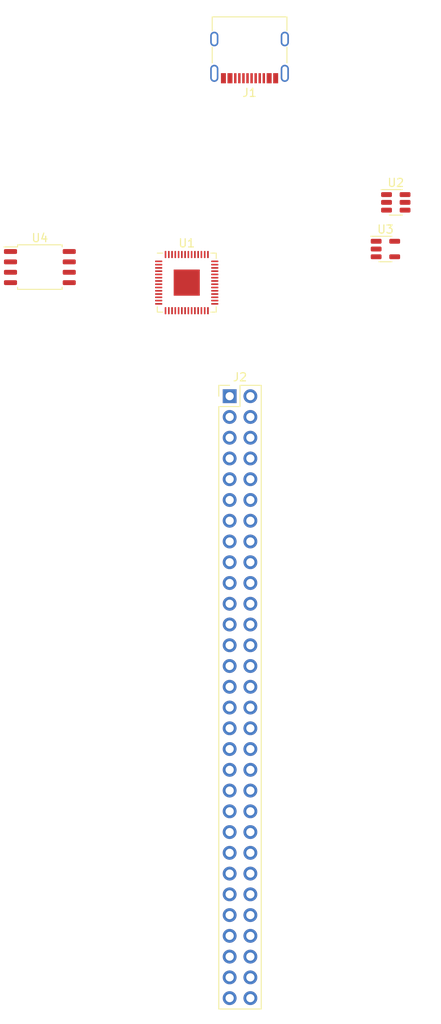
<source format=kicad_pcb>
(kicad_pcb (version 20221018) (generator pcbnew)
  (layers (0 "F.Cu" signal) (31 "B.Cu" signal) (34 "B.Paste" user) (35 "F.Paste" user) (36 "B.SilkS" user "B.Silkscreen") (37 "F.SilkS" user "F.Silkscreen") (38 "B.Mask" user) (39 "F.Mask" user) (44 "Edge.Cuts" user))
  (net 0 "")
  (net 1 "Net-(J1-GND-PadA1)")
  (net 2 "Net-(J1-VBUS-PadA4)")
  (net 40 "Net-(U1-IOVDD-Pad1)")
  (net 60 "Net-(U1-DVDD-Pad23)")
  (footprint "Package_DFN_QFN:QFN-56-1EP_7x7mm_P0.4mm_EP3.2x3.2mm" (layer "F.Cu") (at 72.3 58.4)
    (fp_text reference "U1" (at 0 -4.82) (layer "F.SilkS"))
    (fp_text value "RP2040")
    (fp_line (start -3.61 3.61) (end -3.61 2.96) (stroke (width 0.12)) (layer "F.SilkS"))
    (fp_line (start -2.96 -3.61) (end -3.61 -3.61) (stroke (width 0.12)) (layer "F.SilkS"))
    (fp_line (start -2.96 3.61) (end -3.61 3.61) (stroke (width 0.12)) (layer "F.SilkS"))
    (fp_line (start 2.96 -3.61) (end 3.61 -3.61) (stroke (width 0.12)) (layer "F.SilkS"))
    (fp_line (start 2.96 3.61) (end 3.61 3.61) (stroke (width 0.12)) (layer "F.SilkS"))
    (fp_line (start 3.61 -3.61) (end 3.61 -2.96) (stroke (width 0.12)) (layer "F.SilkS"))
    (fp_line (start 3.61 3.61) (end 3.61 2.96) (stroke (width 0.12)) (layer "F.SilkS"))
    (pad "1" smd roundrect (at -3.4375 -2.6) (size 0.875 0.2) (layers "F.Cu" "F.Paste" "F.Mask") (net 40 "Net-(U1-IOVDD-Pad1)"))
    (pad "2" smd roundrect (at -3.4375 -2.2) (size 0.875 0.2) (layers "F.Cu" "F.Paste" "F.Mask"))
    (pad "3" smd roundrect (at -3.4375 -1.8) (size 0.875 0.2) (layers "F.Cu" "F.Paste" "F.Mask"))
    (pad "4" smd roundrect (at -3.4375 -1.4) (size 0.875 0.2) (layers "F.Cu" "F.Paste" "F.Mask"))
    (pad "5" smd roundrect (at -3.4375 -1) (size 0.875 0.2) (layers "F.Cu" "F.Paste" "F.Mask"))
    (pad "6" smd roundrect (at -3.4375 -0.6) (size 0.875 0.2) (layers "F.Cu" "F.Paste" "F.Mask"))
    (pad "7" smd roundrect (at -3.4375 -0.2) (size 0.875 0.2) (layers "F.Cu" "F.Paste" "F.Mask"))
    (pad "8" smd roundrect (at -3.4375 0.2) (size 0.875 0.2) (layers "F.Cu" "F.Paste" "F.Mask"))
    (pad "9" smd roundrect (at -3.4375 0.6) (size 0.875 0.2) (layers "F.Cu" "F.Paste" "F.Mask"))
    (pad "10" smd roundrect (at -3.4375 1) (size 0.875 0.2) (layers "F.Cu" "F.Paste" "F.Mask") (net 40 "Net-(U1-IOVDD-Pad1)"))
    (pad "11" smd roundrect (at -3.4375 1.4) (size 0.875 0.2) (layers "F.Cu" "F.Paste" "F.Mask"))
    (pad "12" smd roundrect (at -3.4375 1.8) (size 0.875 0.2) (layers "F.Cu" "F.Paste" "F.Mask"))
    (pad "13" smd roundrect (at -3.4375 2.2) (size 0.875 0.2) (layers "F.Cu" "F.Paste" "F.Mask"))
    (pad "14" smd roundrect (at -3.4375 2.6) (size 0.875 0.2) (layers "F.Cu" "F.Paste" "F.Mask"))
    (pad "15" smd roundrect (at -2.6 3.4375) (size 0.2 0.875) (layers "F.Cu" "F.Paste" "F.Mask"))
    (pad "16" smd roundrect (at -2.2 3.4375) (size 0.2 0.875) (layers "F.Cu" "F.Paste" "F.Mask"))
    (pad "17" smd roundrect (at -1.8 3.4375) (size 0.2 0.875) (layers "F.Cu" "F.Paste" "F.Mask"))
    (pad "18" smd roundrect (at -1.4 3.4375) (size 0.2 0.875) (layers "F.Cu" "F.Paste" "F.Mask"))
    (pad "19" smd roundrect (at -1 3.4375) (size 0.2 0.875) (layers "F.Cu" "F.Paste" "F.Mask"))
    (pad "20" smd roundrect (at -0.6 3.4375) (size 0.2 0.875) (layers "F.Cu" "F.Paste" "F.Mask"))
    (pad "21" smd roundrect (at -0.2 3.4375) (size 0.2 0.875) (layers "F.Cu" "F.Paste" "F.Mask"))
    (pad "22" smd roundrect (at 0.2 3.4375) (size 0.2 0.875) (layers "F.Cu" "F.Paste" "F.Mask") (net 40 "Net-(U1-IOVDD-Pad1)"))
    (pad "23" smd roundrect (at 0.6 3.4375) (size 0.2 0.875) (layers "F.Cu" "F.Paste" "F.Mask") (net 60 "Net-(U1-DVDD-Pad23)"))
    (pad "24" smd roundrect (at 1 3.4375) (size 0.2 0.875) (layers "F.Cu" "F.Paste" "F.Mask"))
    (pad "25" smd roundrect (at 1.4 3.4375) (size 0.2 0.875) (layers "F.Cu" "F.Paste" "F.Mask"))
    (pad "26" smd roundrect (at 1.8 3.4375) (size 0.2 0.875) (layers "F.Cu" "F.Paste" "F.Mask"))
    (pad "27" smd roundrect (at 2.2 3.4375) (size 0.2 0.875) (layers "F.Cu" "F.Paste" "F.Mask"))
    (pad "28" smd roundrect (at 2.6 3.4375) (size 0.2 0.875) (layers "F.Cu" "F.Paste" "F.Mask"))
    (pad "29" smd roundrect (at 3.4375 2.6) (size 0.875 0.2) (layers "F.Cu" "F.Paste" "F.Mask"))
    (pad "30" smd roundrect (at 3.4375 2.2) (size 0.875 0.2) (layers "F.Cu" "F.Paste" "F.Mask"))
    (pad "31" smd roundrect (at 3.4375 1.8) (size 0.875 0.2) (layers "F.Cu" "F.Paste" "F.Mask"))
    (pad "32" smd roundrect (at 3.4375 1.4) (size 0.875 0.2) (layers "F.Cu" "F.Paste" "F.Mask"))
    (pad "33" smd roundrect (at 3.4375 1) (size 0.875 0.2) (layers "F.Cu" "F.Paste" "F.Mask") (net 40 "Net-(U1-IOVDD-Pad1)"))
    (pad "34" smd roundrect (at 3.4375 0.6) (size 0.875 0.2) (layers "F.Cu" "F.Paste" "F.Mask"))
    (pad "35" smd roundrect (at 3.4375 0.2) (size 0.875 0.2) (layers "F.Cu" "F.Paste" "F.Mask"))
    (pad "36" smd roundrect (at 3.4375 -0.2) (size 0.875 0.2) (layers "F.Cu" "F.Paste" "F.Mask"))
    (pad "37" smd roundrect (at 3.4375 -0.6) (size 0.875 0.2) (layers "F.Cu" "F.Paste" "F.Mask"))
    (pad "38" smd roundrect (at 3.4375 -1) (size 0.875 0.2) (layers "F.Cu" "F.Paste" "F.Mask"))
    (pad "39" smd roundrect (at 3.4375 -1.4) (size 0.875 0.2) (layers "F.Cu" "F.Paste" "F.Mask"))
    (pad "40" smd roundrect (at 3.4375 -1.8) (size 0.875 0.2) (layers "F.Cu" "F.Paste" "F.Mask"))
    (pad "41" smd roundrect (at 3.4375 -2.2) (size 0.875 0.2) (layers "F.Cu" "F.Paste" "F.Mask"))
    (pad "42" smd roundrect (at 3.4375 -2.6) (size 0.875 0.2) (layers "F.Cu" "F.Paste" "F.Mask") (net 40 "Net-(U1-IOVDD-Pad1)"))
    (pad "43" smd roundrect (at 2.6 -3.4375) (size 0.2 0.875) (layers "F.Cu" "F.Paste" "F.Mask"))
    (pad "44" smd roundrect (at 2.2 -3.4375) (size 0.2 0.875) (layers "F.Cu" "F.Paste" "F.Mask"))
    (pad "45" smd roundrect (at 1.8 -3.4375) (size 0.2 0.875) (layers "F.Cu" "F.Paste" "F.Mask"))
    (pad "46" smd roundrect (at 1.4 -3.4375) (size 0.2 0.875) (layers "F.Cu" "F.Paste" "F.Mask"))
    (pad "47" smd roundrect (at 1 -3.4375) (size 0.2 0.875) (layers "F.Cu" "F.Paste" "F.Mask"))
    (pad "48" smd roundrect (at 0.6 -3.4375) (size 0.2 0.875) (layers "F.Cu" "F.Paste" "F.Mask"))
    (pad "49" smd roundrect (at 0.2 -3.4375) (size 0.2 0.875) (layers "F.Cu" "F.Paste" "F.Mask") (net 40 "Net-(U1-IOVDD-Pad1)"))
    (pad "50" smd roundrect (at -0.2 -3.4375) (size 0.2 0.875) (layers "F.Cu" "F.Paste" "F.Mask") (net 60 "Net-(U1-DVDD-Pad23)"))
    (pad "51" smd roundrect (at -0.6 -3.4375) (size 0.2 0.875) (layers "F.Cu" "F.Paste" "F.Mask"))
    (pad "52" smd roundrect (at -1 -3.4375) (size 0.2 0.875) (layers "F.Cu" "F.Paste" "F.Mask"))
    (pad "53" smd roundrect (at -1.4 -3.4375) (size 0.2 0.875) (layers "F.Cu" "F.Paste" "F.Mask"))
    (pad "54" smd roundrect (at -1.8 -3.4375) (size 0.2 0.875) (layers "F.Cu" "F.Paste" "F.Mask"))
    (pad "55" smd roundrect (at -2.2 -3.4375) (size 0.2 0.875) (layers "F.Cu" "F.Paste" "F.Mask"))
    (pad "56" smd roundrect (at -2.6 -3.4375) (size 0.2 0.875) (layers "F.Cu" "F.Paste" "F.Mask"))
    (pad "57" smd rect (at 0 0) (size 3.2 3.2) (layers "F.Cu" "F.Mask"))
  )
  (footprint "Package_SO:SOIC-8_5.23x5.23mm_P1.27mm" (layer "F.Cu") (at 54.3 56.5)
    (fp_text reference "U4" (at 0 -3.56) (layer "F.SilkS"))
    (fp_text value "W25Q128JVS")
    (fp_line (start -2.725 -2.725) (end -2.725 -2.465) (stroke (width 0.12)) (layer "F.SilkS"))
    (fp_line (start -2.725 -2.465) (end -4.4 -2.465) (stroke (width 0.12)) (layer "F.SilkS"))
    (fp_line (start -2.725 2.725) (end -2.725 2.465) (stroke (width 0.12)) (layer "F.SilkS"))
    (fp_line (start 0 -2.725) (end -2.725 -2.725) (stroke (width 0.12)) (layer "F.SilkS"))
    (fp_line (start 0 -2.725) (end 2.725 -2.725) (stroke (width 0.12)) (layer "F.SilkS"))
    (fp_line (start 0 2.725) (end -2.725 2.725) (stroke (width 0.12)) (layer "F.SilkS"))
    (fp_line (start 0 2.725) (end 2.725 2.725) (stroke (width 0.12)) (layer "F.SilkS"))
    (fp_line (start 2.725 -2.725) (end 2.725 -2.465) (stroke (width 0.12)) (layer "F.SilkS"))
    (fp_line (start 2.725 2.725) (end 2.725 2.465) (stroke (width 0.12)) (layer "F.SilkS"))
    (pad "1" smd roundrect (at -3.6 -1.905) (size 1.6 0.6) (layers "F.Cu" "F.Paste" "F.Mask"))
    (pad "2" smd roundrect (at -3.6 -0.635) (size 1.6 0.6) (layers "F.Cu" "F.Paste" "F.Mask"))
    (pad "3" smd roundrect (at -3.6 0.635) (size 1.6 0.6) (layers "F.Cu" "F.Paste" "F.Mask"))
    (pad "4" smd roundrect (at -3.6 1.905) (size 1.6 0.6) (layers "F.Cu" "F.Paste" "F.Mask"))
    (pad "5" smd roundrect (at 3.6 1.905) (size 1.6 0.6) (layers "F.Cu" "F.Paste" "F.Mask"))
    (pad "6" smd roundrect (at 3.6 0.635) (size 1.6 0.6) (layers "F.Cu" "F.Paste" "F.Mask"))
    (pad "7" smd roundrect (at 3.6 -0.635) (size 1.6 0.6) (layers "F.Cu" "F.Paste" "F.Mask"))
    (pad "8" smd roundrect (at 3.6 -1.905) (size 1.6 0.6) (layers "F.Cu" "F.Paste" "F.Mask"))
  )
  (footprint "Package_TO_SOT_SMD:SOT-23-6" (layer "F.Cu") (at 97.9225 48.58)
    (fp_text reference "U2" (at 0 -2.4) (layer "F.SilkS"))
    (fp_text value "USBLC6-2SC6")
    (fp_line (start 0 -1.56) (end -1.8 -1.56) (stroke (width 0.12)) (layer "F.SilkS"))
    (fp_line (start 0 -1.56) (end 0.8 -1.56) (stroke (width 0.12)) (layer "F.SilkS"))
    (fp_line (start 0 1.56) (end -0.8 1.56) (stroke (width 0.12)) (layer "F.SilkS"))
    (fp_line (start 0 1.56) (end 0.8 1.56) (stroke (width 0.12)) (layer "F.SilkS"))
    (pad "1" smd roundrect (at -1.1375 -0.95) (size 1.325 0.6) (layers "F.Cu" "F.Paste" "F.Mask"))
    (pad "2" smd roundrect (at -1.1375 0) (size 1.325 0.6) (layers "F.Cu" "F.Paste" "F.Mask"))
    (pad "3" smd roundrect (at -1.1375 0.95) (size 1.325 0.6) (layers "F.Cu" "F.Paste" "F.Mask"))
    (pad "4" smd roundrect (at 1.1375 0.95) (size 1.325 0.6) (layers "F.Cu" "F.Paste" "F.Mask"))
    (pad "5" smd roundrect (at 1.1375 0) (size 1.325 0.6) (layers "F.Cu" "F.Paste" "F.Mask"))
    (pad "6" smd roundrect (at 1.1375 -0.95) (size 1.325 0.6) (layers "F.Cu" "F.Paste" "F.Mask"))
  )
  (footprint "Package_TO_SOT_SMD:SOT-23-5" (layer "F.Cu") (at 96.6525 54.29)
    (fp_text reference "U3" (at 0 -2.4) (layer "F.SilkS"))
    (fp_text value "XC6210B332MR")
    (fp_line (start 0 -1.56) (end -1.8 -1.56) (stroke (width 0.12)) (layer "F.SilkS"))
    (fp_line (start 0 -1.56) (end 0.8 -1.56) (stroke (width 0.12)) (layer "F.SilkS"))
    (fp_line (start 0 1.56) (end -0.8 1.56) (stroke (width 0.12)) (layer "F.SilkS"))
    (fp_line (start 0 1.56) (end 0.8 1.56) (stroke (width 0.12)) (layer "F.SilkS"))
    (pad "1" smd roundrect (at -1.1375 -0.95) (size 1.325 0.6) (layers "F.Cu" "F.Paste" "F.Mask"))
    (pad "2" smd roundrect (at -1.1375 0) (size 1.325 0.6) (layers "F.Cu" "F.Paste" "F.Mask"))
    (pad "3" smd roundrect (at -1.1375 0.95) (size 1.325 0.6) (layers "F.Cu" "F.Paste" "F.Mask"))
    (pad "4" smd roundrect (at 1.1375 0.95) (size 1.325 0.6) (layers "F.Cu" "F.Paste" "F.Mask"))
    (pad "5" smd roundrect (at 1.1375 -0.95) (size 1.325 0.6) (layers "F.Cu" "F.Paste" "F.Mask"))
  )
  (footprint "Connector_USB:USB_C_Receptacle_G-Switch_GT-USB-7010ASV" (layer "F.Cu") (at 80 29.665 180)
    (fp_text reference "J1" (at 0 -5.5) (layer "F.SilkS"))
    (fp_text value "USB_C_Receptacle_USB2.0")
    (fp_line (start -4.58 -1.85) (end -4.58 0.07) (stroke (width 0.12)) (layer "F.SilkS"))
    (fp_line (start -4.58 3.785) (end -4.58 2.08) (stroke (width 0.12)) (layer "F.SilkS"))
    (fp_line (start 4.58 0.07) (end 4.58 -1.85) (stroke (width 0.12)) (layer "F.SilkS"))
    (fp_line (start 4.58 2.08) (end 4.58 3.785) (stroke (width 0.12)) (layer "F.SilkS"))
    (fp_line (start 4.58 3.785) (end -4.58 3.785) (stroke (width 0.12)) (layer "F.SilkS"))
    (pad "" np_thru_hole circle (at -2.89 -2.605 180) (size 0.65 0.65) (drill 0.65) (layers "*.Cu" "*.Mask"))
    (pad "" np_thru_hole circle (at 2.89 -2.605 180) (size 0.65 0.65) (drill 0.65) (layers "*.Cu" "*.Mask"))
    (pad "A1" smd rect (at -3.2 -3.725 180) (size 0.6 1.24) (layers "F.Cu" "F.Paste" "F.Mask") (net 1 "Net-(J1-GND-PadA1)"))
    (pad "A4" smd rect (at -2.4 -3.725 180) (size 0.6 1.24) (layers "F.Cu" "F.Paste" "F.Mask") (net 2 "Net-(J1-VBUS-PadA4)"))
    (pad "A5" smd rect (at -1.25 -3.725 180) (size 0.3 1.24) (layers "F.Cu" "F.Paste" "F.Mask"))
    (pad "A6" smd rect (at -0.25 -3.725 180) (size 0.3 1.24) (layers "F.Cu" "F.Paste" "F.Mask"))
    (pad "A7" smd rect (at 0.25 -3.725 180) (size 0.3 1.24) (layers "F.Cu" "F.Paste" "F.Mask"))
    (pad "A8" smd rect (at 1.25 -3.725 180) (size 0.3 1.24) (layers "F.Cu" "F.Paste" "F.Mask"))
    (pad "A9" smd rect (at 2.4 -3.725 180) (size 0.6 1.24) (layers "F.Cu" "F.Paste" "F.Mask") (net 2 "Net-(J1-VBUS-PadA4)"))
    (pad "A12" smd rect (at 3.2 -3.725 180) (size 0.6 1.24) (layers "F.Cu" "F.Paste" "F.Mask") (net 1 "Net-(J1-GND-PadA1)"))
    (pad "B1" smd rect (at 3.2 -3.725 180) (size 0.6 1.24) (layers "F.Cu" "F.Paste" "F.Mask") (net 1 "Net-(J1-GND-PadA1)"))
    (pad "B4" smd rect (at 2.4 -3.725 180) (size 0.6 1.24) (layers "F.Cu" "F.Paste" "F.Mask") (net 2 "Net-(J1-VBUS-PadA4)"))
    (pad "B5" smd rect (at 1.75 -3.725 180) (size 0.3 1.24) (layers "F.Cu" "F.Paste" "F.Mask"))
    (pad "B6" smd rect (at 0.75 -3.725 180) (size 0.3 1.24) (layers "F.Cu" "F.Paste" "F.Mask"))
    (pad "B7" smd rect (at -0.75 -3.725 180) (size 0.3 1.24) (layers "F.Cu" "F.Paste" "F.Mask"))
    (pad "B8" smd rect (at -1.75 -3.725 180) (size 0.3 1.24) (layers "F.Cu" "F.Paste" "F.Mask"))
    (pad "B9" smd rect (at -2.4 -3.725 180) (size 0.6 1.24) (layers "F.Cu" "F.Paste" "F.Mask") (net 2 "Net-(J1-VBUS-PadA4)"))
    (pad "B12" smd rect (at -3.2 -3.725 180) (size 0.6 1.24) (layers "F.Cu" "F.Paste" "F.Mask") (net 1 "Net-(J1-GND-PadA1)"))
    (pad "S1" thru_hole oval (at -4.32 -3.125 180) (size 1 2.1) (drill oval 0.6 1.7) (layers "*.Cu" "*.Mask"))
    (pad "S1" thru_hole oval (at -4.32 1.075 180) (size 1 1.8) (drill oval 0.6 1.4) (layers "*.Cu" "*.Mask"))
    (pad "S1" thru_hole oval (at 4.32 -3.125 180) (size 1 2.1) (drill oval 0.6 1.7) (layers "*.Cu" "*.Mask"))
    (pad "S1" thru_hole oval (at 4.32 1.075 180) (size 1 1.8) (drill oval 0.6 1.4) (layers "*.Cu" "*.Mask"))
  )
  (footprint "Connector_PinHeader_2.54mm:PinHeader_2x30_P2.54mm_Vertical" (layer "F.Cu") (at 77.56 72.3)
    (fp_text reference "J2" (at 1.27 -2.33) (layer "F.SilkS"))
    (fp_text value "Conn_01x30")
    (fp_line (start -1.33 -1.33) (end 0 -1.33) (stroke (width 0.12)) (layer "F.SilkS"))
    (fp_line (start -1.33 0) (end -1.33 -1.33) (stroke (width 0.12)) (layer "F.SilkS"))
    (fp_line (start -1.33 1.27) (end -1.33 74.99) (stroke (width 0.12)) (layer "F.SilkS"))
    (fp_line (start -1.33 1.27) (end 1.27 1.27) (stroke (width 0.12)) (layer "F.SilkS"))
    (fp_line (start -1.33 74.99) (end 3.87 74.99) (stroke (width 0.12)) (layer "F.SilkS"))
    (fp_line (start 1.27 -1.33) (end 3.87 -1.33) (stroke (width 0.12)) (layer "F.SilkS"))
    (fp_line (start 1.27 1.27) (end 1.27 -1.33) (stroke (width 0.12)) (layer "F.SilkS"))
    (fp_line (start 3.87 -1.33) (end 3.87 74.99) (stroke (width 0.12)) (layer "F.SilkS"))
    (pad "1" thru_hole rect (at 0 0) (size 1.7 1.7) (drill 1) (layers "*.Cu" "*.Mask"))
    (pad "1" thru_hole oval (at 2.54 0) (size 1.7 1.7) (drill 1) (layers "*.Cu" "*.Mask"))
    (pad "2" thru_hole oval (at 0 2.54) (size 1.7 1.7) (drill 1) (layers "*.Cu" "*.Mask"))
    (pad "2" thru_hole oval (at 2.54 2.54) (size 1.7 1.7) (drill 1) (layers "*.Cu" "*.Mask"))
    (pad "3" thru_hole oval (at 0 5.08) (size 1.7 1.7) (drill 1) (layers "*.Cu" "*.Mask"))
    (pad "3" thru_hole oval (at 2.54 5.08) (size 1.7 1.7) (drill 1) (layers "*.Cu" "*.Mask"))
    (pad "4" thru_hole oval (at 0 7.62) (size 1.7 1.7) (drill 1) (layers "*.Cu" "*.Mask"))
    (pad "4" thru_hole oval (at 2.54 7.62) (size 1.7 1.7) (drill 1) (layers "*.Cu" "*.Mask"))
    (pad "5" thru_hole oval (at 0 10.16) (size 1.7 1.7) (drill 1) (layers "*.Cu" "*.Mask"))
    (pad "5" thru_hole oval (at 2.54 10.16) (size 1.7 1.7) (drill 1) (layers "*.Cu" "*.Mask"))
    (pad "6" thru_hole oval (at 0 12.7) (size 1.7 1.7) (drill 1) (layers "*.Cu" "*.Mask"))
    (pad "6" thru_hole oval (at 2.54 12.7) (size 1.7 1.7) (drill 1) (layers "*.Cu" "*.Mask"))
    (pad "7" thru_hole oval (at 0 15.24) (size 1.7 1.7) (drill 1) (layers "*.Cu" "*.Mask"))
    (pad "7" thru_hole oval (at 2.54 15.24) (size 1.7 1.7) (drill 1) (layers "*.Cu" "*.Mask"))
    (pad "8" thru_hole oval (at 0 17.78) (size 1.7 1.7) (drill 1) (layers "*.Cu" "*.Mask"))
    (pad "8" thru_hole oval (at 2.54 17.78) (size 1.7 1.7) (drill 1) (layers "*.Cu" "*.Mask"))
    (pad "9" thru_hole oval (at 0 20.32) (size 1.7 1.7) (drill 1) (layers "*.Cu" "*.Mask"))
    (pad "9" thru_hole oval (at 2.54 20.32) (size 1.7 1.7) (drill 1) (layers "*.Cu" "*.Mask"))
    (pad "10" thru_hole oval (at 0 22.86) (size 1.7 1.7) (drill 1) (layers "*.Cu" "*.Mask"))
    (pad "10" thru_hole oval (at 2.54 22.86) (size 1.7 1.7) (drill 1) (layers "*.Cu" "*.Mask"))
    (pad "11" thru_hole oval (at 0 25.4) (size 1.7 1.7) (drill 1) (layers "*.Cu" "*.Mask"))
    (pad "11" thru_hole oval (at 2.54 25.4) (size 1.7 1.7) (drill 1) (layers "*.Cu" "*.Mask"))
    (pad "12" thru_hole oval (at 0 27.94) (size 1.7 1.7) (drill 1) (layers "*.Cu" "*.Mask"))
    (pad "12" thru_hole oval (at 2.54 27.94) (size 1.7 1.7) (drill 1) (layers "*.Cu" "*.Mask"))
    (pad "13" thru_hole oval (at 0 30.48) (size 1.7 1.7) (drill 1) (layers "*.Cu" "*.Mask"))
    (pad "13" thru_hole oval (at 2.54 30.48) (size 1.7 1.7) (drill 1) (layers "*.Cu" "*.Mask"))
    (pad "14" thru_hole oval (at 0 33.02) (size 1.7 1.7) (drill 1) (layers "*.Cu" "*.Mask"))
    (pad "14" thru_hole oval (at 2.54 33.02) (size 1.7 1.7) (drill 1) (layers "*.Cu" "*.Mask"))
    (pad "15" thru_hole oval (at 0 35.56) (size 1.7 1.7) (drill 1) (layers "*.Cu" "*.Mask"))
    (pad "15" thru_hole oval (at 2.54 35.56) (size 1.7 1.7) (drill 1) (layers "*.Cu" "*.Mask"))
    (pad "16" thru_hole oval (at 0 38.1) (size 1.7 1.7) (drill 1) (layers "*.Cu" "*.Mask"))
    (pad "16" thru_hole oval (at 2.54 38.1) (size 1.7 1.7) (drill 1) (layers "*.Cu" "*.Mask"))
    (pad "17" thru_hole oval (at 0 40.64) (size 1.7 1.7) (drill 1) (layers "*.Cu" "*.Mask"))
    (pad "17" thru_hole oval (at 2.54 40.64) (size 1.7 1.7) (drill 1) (layers "*.Cu" "*.Mask"))
    (pad "18" thru_hole oval (at 0 43.18) (size 1.7 1.7) (drill 1) (layers "*.Cu" "*.Mask"))
    (pad "18" thru_hole oval (at 2.54 43.18) (size 1.7 1.7) (drill 1) (layers "*.Cu" "*.Mask"))
    (pad "19" thru_hole oval (at 0 45.72) (size 1.7 1.7) (drill 1) (layers "*.Cu" "*.Mask"))
    (pad "19" thru_hole oval (at 2.54 45.72) (size 1.7 1.7) (drill 1) (layers "*.Cu" "*.Mask"))
    (pad "20" thru_hole oval (at 0 48.26) (size 1.7 1.7) (drill 1) (layers "*.Cu" "*.Mask"))
    (pad "20" thru_hole oval (at 2.54 48.26) (size 1.7 1.7) (drill 1) (layers "*.Cu" "*.Mask"))
    (pad "21" thru_hole oval (at 0 50.8) (size 1.7 1.7) (drill 1) (layers "*.Cu" "*.Mask"))
    (pad "21" thru_hole oval (at 2.54 50.8) (size 1.7 1.7) (drill 1) (layers "*.Cu" "*.Mask"))
    (pad "22" thru_hole oval (at 0 53.34) (size 1.7 1.7) (drill 1) (layers "*.Cu" "*.Mask"))
    (pad "22" thru_hole oval (at 2.54 53.34) (size 1.7 1.7) (drill 1) (layers "*.Cu" "*.Mask"))
    (pad "23" thru_hole oval (at 0 55.88) (size 1.7 1.7) (drill 1) (layers "*.Cu" "*.Mask"))
    (pad "23" thru_hole oval (at 2.54 55.88) (size 1.7 1.7) (drill 1) (layers "*.Cu" "*.Mask"))
    (pad "24" thru_hole oval (at 0 58.42) (size 1.7 1.7) (drill 1) (layers "*.Cu" "*.Mask"))
    (pad "24" thru_hole oval (at 2.54 58.42) (size 1.7 1.7) (drill 1) (layers "*.Cu" "*.Mask"))
    (pad "25" thru_hole oval (at 0 60.96) (size 1.7 1.7) (drill 1) (layers "*.Cu" "*.Mask"))
    (pad "25" thru_hole oval (at 2.54 60.96) (size 1.7 1.7) (drill 1) (layers "*.Cu" "*.Mask"))
    (pad "26" thru_hole oval (at 0 63.5) (size 1.7 1.7) (drill 1) (layers "*.Cu" "*.Mask"))
    (pad "26" thru_hole oval (at 2.54 63.5) (size 1.7 1.7) (drill 1) (layers "*.Cu" "*.Mask"))
    (pad "27" thru_hole oval (at 0 66.04) (size 1.7 1.7) (drill 1) (layers "*.Cu" "*.Mask"))
    (pad "27" thru_hole oval (at 2.54 66.04) (size 1.7 1.7) (drill 1) (layers "*.Cu" "*.Mask"))
    (pad "28" thru_hole oval (at 0 68.58) (size 1.7 1.7) (drill 1) (layers "*.Cu" "*.Mask"))
    (pad "28" thru_hole oval (at 2.54 68.58) (size 1.7 1.7) (drill 1) (layers "*.Cu" "*.Mask"))
    (pad "29" thru_hole oval (at 0 71.12) (size 1.7 1.7) (drill 1) (layers "*.Cu" "*.Mask"))
    (pad "29" thru_hole oval (at 2.54 71.12) (size 1.7 1.7) (drill 1) (layers "*.Cu" "*.Mask"))
    (pad "30" thru_hole oval (at 0 73.66) (size 1.7 1.7) (drill 1) (layers "*.Cu" "*.Mask"))
    (pad "30" thru_hole oval (at 2.54 73.66) (size 1.7 1.7) (drill 1) (layers "*.Cu" "*.Mask"))
  )
)
</source>
